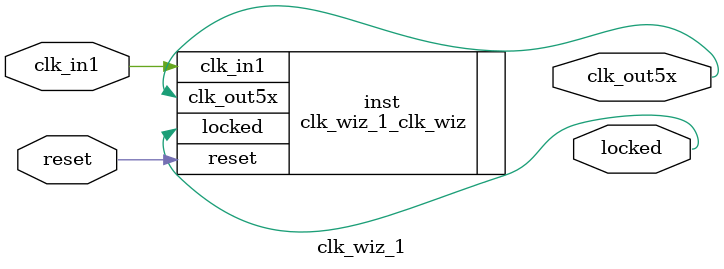
<source format=v>


`timescale 1ps/1ps

(* CORE_GENERATION_INFO = "clk_wiz_1,clk_wiz_v6_0_6_0_0,{component_name=clk_wiz_1,use_phase_alignment=true,use_min_o_jitter=false,use_max_i_jitter=false,use_dyn_phase_shift=false,use_inclk_switchover=false,use_dyn_reconfig=false,enable_axi=0,feedback_source=FDBK_AUTO,PRIMITIVE=MMCM,num_out_clk=1,clkin1_period=6.154,clkin2_period=10.000,use_power_down=false,use_reset=true,use_locked=true,use_inclk_stopped=false,feedback_type=SINGLE,CLOCK_MGR_TYPE=NA,manual_override=false}" *)

module clk_wiz_1 
 (
  // Clock out ports
  output        clk_out5x,
  // Status and control signals
  input         reset,
  output        locked,
 // Clock in ports
  input         clk_in1
 );

  clk_wiz_1_clk_wiz inst
  (
  // Clock out ports  
  .clk_out5x(clk_out5x),
  // Status and control signals               
  .reset(reset), 
  .locked(locked),
 // Clock in ports
  .clk_in1(clk_in1)
  );

endmodule

</source>
